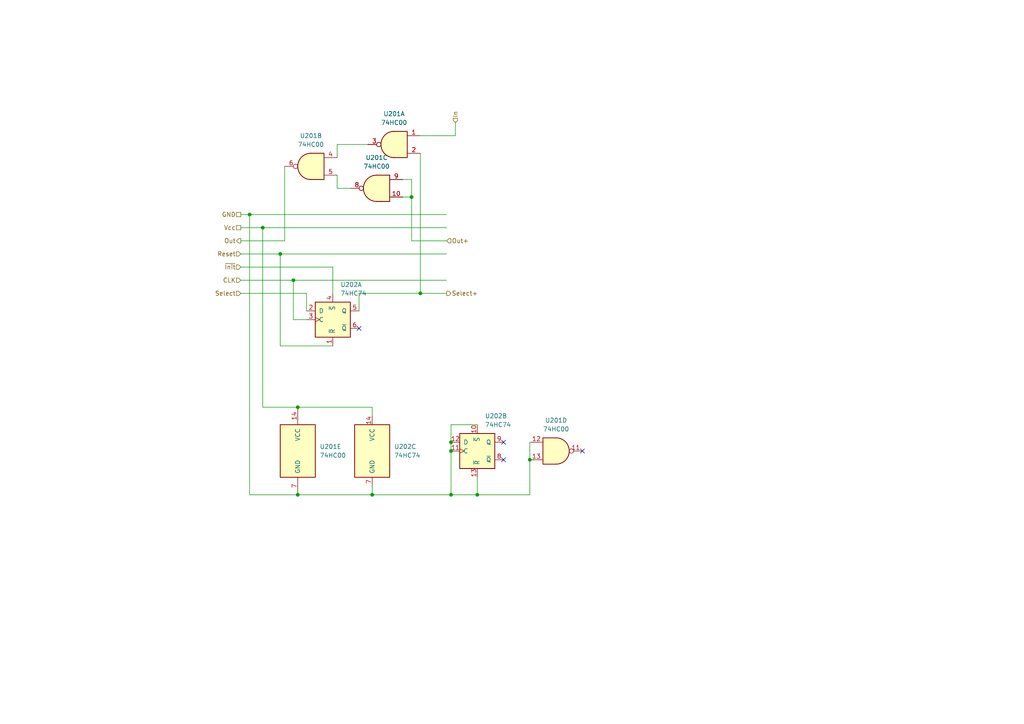
<source format=kicad_sch>
(kicad_sch (version 20231120) (generator "eeschema") (generator_version "8.0")
  (paper "A4")
  (title_block (title "SelectorDaisy") (comment 1 "When daisy chained, each selected outputs are accumlated by OR.") (comment 2 "CLK to update selection.") (comment 3 "Outputs input if selected."))
  (lib_symbols
    (symbol "74xx:74HC00" (pin_names (offset 1.016))
      (property "Reference" "U" (at 0 1.27 0))
      (property "Value" "74HC00" (at 0 -1.27 0))
      (symbol "74HC00_1_1"
        (arc (start 0 -3.81) (mid 3.7934 0) (end 0 3.81) (stroke (width 0.254)) (fill (type background)))
        (polyline (pts (xy 0 3.81) (xy -3.81 3.81) (xy -3.81 -3.81) (xy 0 -3.81)) (stroke (width 0.254)) (fill (type background)))
        (pin input line (at -7.62 2.54 0) (length 3.81) (name "~") (number "1"))
        (pin input line (at -7.62 -2.54 0) (length 3.81) (name "~") (number "2"))
        (pin output inverted (at 7.62 0 180) (length 3.81) (name "~") (number "3"))
      )
      (symbol "74HC00_1_2"
        (arc (start -3.81 -3.81) (mid -2.589 0) (end -3.81 3.81) (stroke (width 0.254)))
        (arc (start -0.6096 -3.81) (mid 2.1842 -2.5851) (end 3.81 0) (stroke (width 0.254)) (fill (type background)))
        (polyline (pts (xy -3.81 -3.81) (xy -0.635 -3.81)) (stroke (width 0.254)) (fill (type background)))
        (polyline (pts (xy -3.81 3.81) (xy -0.635 3.81)) (stroke (width 0.254)) (fill (type background)))
        (polyline (pts (xy -0.635 3.81) (xy -3.81 3.81) (xy -3.81 3.81) (xy -3.556 3.4036) (xy -3.0226 2.2606) (xy -2.6924 1.0414) (xy -2.6162 -0.254) (xy -2.7686 -1.4986) (xy -3.175 -2.7178) (xy -3.81 -3.81) (xy -3.81 -3.81) (xy -0.635 -3.81)) (stroke (width -25.4)) (fill (type background)))
        (arc (start 3.81 0) (mid 2.1915 2.5936) (end -0.6096 3.81) (stroke (width 0.254)) (fill (type background)))
        (pin input inverted (at -7.62 2.54 0) (length 4.318) (name "~") (number "1"))
        (pin input inverted (at -7.62 -2.54 0) (length 4.318) (name "~") (number "2"))
        (pin output line (at 7.62 0 180) (length 3.81) (name "~") (number "3"))
      )
      (symbol "74HC00_2_1"
        (arc (start 0 -3.81) (mid 3.7934 0) (end 0 3.81) (stroke (width 0.254)) (fill (type background)))
        (polyline (pts (xy 0 3.81) (xy -3.81 3.81) (xy -3.81 -3.81) (xy 0 -3.81)) (stroke (width 0.254)) (fill (type background)))
        (pin input line (at -7.62 2.54 0) (length 3.81) (name "~") (number "4"))
        (pin input line (at -7.62 -2.54 0) (length 3.81) (name "~") (number "5"))
        (pin output inverted (at 7.62 0 180) (length 3.81) (name "~") (number "6"))
      )
      (symbol "74HC00_2_2"
        (arc (start -3.81 -3.81) (mid -2.589 0) (end -3.81 3.81) (stroke (width 0.254)))
        (arc (start -0.6096 -3.81) (mid 2.1842 -2.5851) (end 3.81 0) (stroke (width 0.254)) (fill (type background)))
        (polyline (pts (xy -3.81 -3.81) (xy -0.635 -3.81)) (stroke (width 0.254)) (fill (type background)))
        (polyline (pts (xy -3.81 3.81) (xy -0.635 3.81)) (stroke (width 0.254)) (fill (type background)))
        (polyline (pts (xy -0.635 3.81) (xy -3.81 3.81) (xy -3.81 3.81) (xy -3.556 3.4036) (xy -3.0226 2.2606) (xy -2.6924 1.0414) (xy -2.6162 -0.254) (xy -2.7686 -1.4986) (xy -3.175 -2.7178) (xy -3.81 -3.81) (xy -3.81 -3.81) (xy -0.635 -3.81)) (stroke (width -25.4)) (fill (type background)))
        (arc (start 3.81 0) (mid 2.1915 2.5936) (end -0.6096 3.81) (stroke (width 0.254)) (fill (type background)))
        (pin input inverted (at -7.62 2.54 0) (length 4.318) (name "~") (number "4"))
        (pin input inverted (at -7.62 -2.54 0) (length 4.318) (name "~") (number "5"))
        (pin output line (at 7.62 0 180) (length 3.81) (name "~") (number "6"))
      )
      (symbol "74HC00_3_1"
        (arc (start 0 -3.81) (mid 3.7934 0) (end 0 3.81) (stroke (width 0.254)) (fill (type background)))
        (polyline (pts (xy 0 3.81) (xy -3.81 3.81) (xy -3.81 -3.81) (xy 0 -3.81)) (stroke (width 0.254)) (fill (type background)))
        (pin input line (at -7.62 -2.54 0) (length 3.81) (name "~") (number "10"))
        (pin output inverted (at 7.62 0 180) (length 3.81) (name "~") (number "8"))
        (pin input line (at -7.62 2.54 0) (length 3.81) (name "~") (number "9"))
      )
      (symbol "74HC00_3_2"
        (arc (start -3.81 -3.81) (mid -2.589 0) (end -3.81 3.81) (stroke (width 0.254)))
        (arc (start -0.6096 -3.81) (mid 2.1842 -2.5851) (end 3.81 0) (stroke (width 0.254)) (fill (type background)))
        (polyline (pts (xy -3.81 -3.81) (xy -0.635 -3.81)) (stroke (width 0.254)) (fill (type background)))
        (polyline (pts (xy -3.81 3.81) (xy -0.635 3.81)) (stroke (width 0.254)) (fill (type background)))
        (polyline (pts (xy -0.635 3.81) (xy -3.81 3.81) (xy -3.81 3.81) (xy -3.556 3.4036) (xy -3.0226 2.2606) (xy -2.6924 1.0414) (xy -2.6162 -0.254) (xy -2.7686 -1.4986) (xy -3.175 -2.7178) (xy -3.81 -3.81) (xy -3.81 -3.81) (xy -0.635 -3.81)) (stroke (width -25.4)) (fill (type background)))
        (arc (start 3.81 0) (mid 2.1915 2.5936) (end -0.6096 3.81) (stroke (width 0.254)) (fill (type background)))
        (pin input inverted (at -7.62 -2.54 0) (length 4.318) (name "~") (number "10"))
        (pin output line (at 7.62 0 180) (length 3.81) (name "~") (number "8"))
        (pin input inverted (at -7.62 2.54 0) (length 4.318) (name "~") (number "9"))
      )
      (symbol "74HC00_4_1"
        (arc (start 0 -3.81) (mid 3.7934 0) (end 0 3.81) (stroke (width 0.254)) (fill (type background)))
        (polyline (pts (xy 0 3.81) (xy -3.81 3.81) (xy -3.81 -3.81) (xy 0 -3.81)) (stroke (width 0.254)) (fill (type background)))
        (pin output inverted (at 7.62 0 180) (length 3.81) (name "~") (number "11"))
        (pin input line (at -7.62 2.54 0) (length 3.81) (name "~") (number "12"))
        (pin input line (at -7.62 -2.54 0) (length 3.81) (name "~") (number "13"))
      )
      (symbol "74HC00_4_2"
        (arc (start -3.81 -3.81) (mid -2.589 0) (end -3.81 3.81) (stroke (width 0.254)))
        (arc (start -0.6096 -3.81) (mid 2.1842 -2.5851) (end 3.81 0) (stroke (width 0.254)) (fill (type background)))
        (polyline (pts (xy -3.81 -3.81) (xy -0.635 -3.81)) (stroke (width 0.254)) (fill (type background)))
        (polyline (pts (xy -3.81 3.81) (xy -0.635 3.81)) (stroke (width 0.254)) (fill (type background)))
        (polyline (pts (xy -0.635 3.81) (xy -3.81 3.81) (xy -3.81 3.81) (xy -3.556 3.4036) (xy -3.0226 2.2606) (xy -2.6924 1.0414) (xy -2.6162 -0.254) (xy -2.7686 -1.4986) (xy -3.175 -2.7178) (xy -3.81 -3.81) (xy -3.81 -3.81) (xy -0.635 -3.81)) (stroke (width -25.4)) (fill (type background)))
        (arc (start 3.81 0) (mid 2.1915 2.5936) (end -0.6096 3.81) (stroke (width 0.254)) (fill (type background)))
        (pin output line (at 7.62 0 180) (length 3.81) (name "~") (number "11"))
        (pin input inverted (at -7.62 2.54 0) (length 4.318) (name "~") (number "12"))
        (pin input inverted (at -7.62 -2.54 0) (length 4.318) (name "~") (number "13"))
      )
      (symbol "74HC00_5_0"
        (pin power_in line (at 0 12.7 270) (length 5.08) (name "VCC") (number "14"))
        (pin power_in line (at 0 -12.7 90) (length 5.08) (name "GND") (number "7"))
      )
      (symbol "74HC00_5_1"
        (rectangle (start -5.08 7.62) (end 5.08 -7.62) (stroke (width 0.254)) (fill (type background)))
      )
    )
    (symbol "74xx:74HC74" (pin_names (offset 1.016))
      (property "Reference" "U" (at -7.62 8.89 0))
      (property "Value" "74HC74" (at -7.62 -8.89 0))
      (symbol "74HC74_1_0"
        (pin input line (at 0 -7.62 90) (length 2.54) (name "~{R}") (number "1"))
        (pin input line (at -7.62 2.54 0) (length 2.54) (name "D") (number "2"))
        (pin input clock (at -7.62 0 0) (length 2.54) (name "C") (number "3"))
        (pin input line (at 0 7.62 270) (length 2.54) (name "~{S}") (number "4"))
        (pin output line (at 7.62 2.54 180) (length 2.54) (name "Q") (number "5"))
        (pin output line (at 7.62 -2.54 180) (length 2.54) (name "~{Q}") (number "6"))
      )
      (symbol "74HC74_1_1"
        (rectangle (start -5.08 5.08) (end 5.08 -5.08) (stroke (width 0.254)) (fill (type background)))
      )
      (symbol "74HC74_2_0"
        (pin input line (at 0 7.62 270) (length 2.54) (name "~{S}") (number "10"))
        (pin input clock (at -7.62 0 0) (length 2.54) (name "C") (number "11"))
        (pin input line (at -7.62 2.54 0) (length 2.54) (name "D") (number "12"))
        (pin input line (at 0 -7.62 90) (length 2.54) (name "~{R}") (number "13"))
        (pin output line (at 7.62 -2.54 180) (length 2.54) (name "~{Q}") (number "8"))
        (pin output line (at 7.62 2.54 180) (length 2.54) (name "Q") (number "9"))
      )
      (symbol "74HC74_2_1"
        (rectangle (start -5.08 5.08) (end 5.08 -5.08) (stroke (width 0.254)) (fill (type background)))
      )
      (symbol "74HC74_3_0"
        (pin power_in line (at 0 10.16 270) (length 2.54) (name "VCC") (number "14"))
        (pin power_in line (at 0 -10.16 90) (length 2.54) (name "GND") (number "7"))
      )
      (symbol "74HC74_3_1"
        (rectangle (start -5.08 7.62) (end 5.08 -7.62) (stroke (width 0.254)) (fill (type background)))
      )
    )
  )
  (junction (at 130.81 128.27))
  (junction (at 86.36 118.11))
  (junction (at 72.39 62.23))
  (junction (at 119.38 57.15))
  (junction (at 86.36 143.51))
  (junction (at 81.28 73.66))
  (junction (at 138.43 143.51))
  (junction (at 121.92 85.09))
  (junction (at 76.2 66.04))
  (junction (at 130.81 143.51))
  (junction (at 130.81 130.81))
  (junction (at 85.09 81.28))
  (junction (at 107.95 143.51))
  (junction (at 153.67 133.35))
  (no_connect (at 104.14 95.25))
  (no_connect (at 168.91 130.81))
  (no_connect (at 146.05 128.27))
  (no_connect (at 146.05 133.35))
  (wire (pts (xy 119.38 57.15) (xy 119.38 69.85)))
  (wire (pts (xy 121.92 39.37) (xy 132.08 39.37)))
  (wire (pts (xy 97.79 54.61) (xy 101.6 54.61)))
  (wire (pts (xy 69.85 73.66) (xy 81.28 73.66)))
  (wire (pts (xy 130.81 143.51) (xy 107.95 143.51)))
  (wire (pts (xy 107.95 120.65) (xy 107.95 118.11)))
  (wire (pts (xy 104.14 85.09) (xy 104.14 90.17)))
  (wire (pts (xy 85.09 81.28) (xy 129.54 81.28)))
  (wire (pts (xy 130.81 143.51) (xy 138.43 143.51)))
  (wire (pts (xy 132.08 39.37) (xy 132.08 35.56)))
  (wire (pts (xy 69.85 81.28) (xy 85.09 81.28)))
  (wire (pts (xy 88.9 85.09) (xy 88.9 90.17)))
  (wire (pts (xy 72.39 62.23) (xy 129.54 62.23)))
  (wire (pts (xy 106.68 41.91) (xy 97.79 41.91)))
  (wire (pts (xy 72.39 143.51) (xy 86.36 143.51)))
  (wire (pts (xy 76.2 66.04) (xy 129.54 66.04)))
  (wire (pts (xy 138.43 123.19) (xy 130.81 123.19)))
  (wire (pts (xy 85.09 81.28) (xy 85.09 92.71)))
  (wire (pts (xy 138.43 138.43) (xy 138.43 143.51)))
  (wire (pts (xy 130.81 130.81) (xy 130.81 143.51)))
  (wire (pts (xy 76.2 118.11) (xy 76.2 66.04)))
  (wire (pts (xy 96.52 100.33) (xy 81.28 100.33)))
  (wire (pts (xy 116.84 52.07) (xy 119.38 52.07)))
  (wire (pts (xy 121.92 85.09) (xy 104.14 85.09)))
  (wire (pts (xy 82.55 48.26) (xy 82.55 69.85)))
  (wire (pts (xy 153.67 143.51) (xy 153.67 133.35)))
  (wire (pts (xy 69.85 85.09) (xy 88.9 85.09)))
  (wire (pts (xy 69.85 62.23) (xy 72.39 62.23)))
  (wire (pts (xy 88.9 92.71) (xy 85.09 92.71)))
  (wire (pts (xy 119.38 52.07) (xy 119.38 57.15)))
  (wire (pts (xy 121.92 44.45) (xy 121.92 85.09)))
  (wire (pts (xy 119.38 69.85) (xy 129.54 69.85)))
  (wire (pts (xy 86.36 143.51) (xy 107.95 143.51)))
  (wire (pts (xy 116.84 57.15) (xy 119.38 57.15)))
  (wire (pts (xy 69.85 77.47) (xy 96.52 77.47)))
  (wire (pts (xy 76.2 118.11) (xy 86.36 118.11)))
  (wire (pts (xy 130.81 123.19) (xy 130.81 128.27)))
  (wire (pts (xy 121.92 85.09) (xy 129.54 85.09)))
  (wire (pts (xy 153.67 133.35) (xy 153.67 128.27)))
  (wire (pts (xy 138.43 143.51) (xy 153.67 143.51)))
  (wire (pts (xy 130.81 128.27) (xy 130.81 130.81)))
  (wire (pts (xy 107.95 143.51) (xy 107.95 140.97)))
  (wire (pts (xy 97.79 50.8) (xy 97.79 54.61)))
  (wire (pts (xy 72.39 62.23) (xy 72.39 143.51)))
  (wire (pts (xy 81.28 73.66) (xy 129.54 73.66)))
  (wire (pts (xy 81.28 73.66) (xy 81.28 100.33)))
  (wire (pts (xy 69.85 69.85) (xy 82.55 69.85)))
  (wire (pts (xy 86.36 118.11) (xy 107.95 118.11)))
  (wire (pts (xy 96.52 77.47) (xy 96.52 85.09)))
  (wire (pts (xy 97.79 41.91) (xy 97.79 45.72)))
  (wire (pts (xy 69.85 66.04) (xy 76.2 66.04)))
  (hierarchical_label "Out" (shape output) (at 69.85 69.85 180))
  (hierarchical_label "Reset" (shape input) (at 69.85 73.66 180))
  (hierarchical_label "In" (shape input) (at 132.08 35.56 90))
  (hierarchical_label "Select+" (shape output) (at 129.54 85.09 0))
  (hierarchical_label "CLK" (shape input) (at 69.85 81.28 180))
  (hierarchical_label "GND" (shape passive) (at 69.85 62.23 180))
  (hierarchical_label "Out+" (shape input) (at 129.54 69.85 0))
  (hierarchical_label "~{Init}" (shape input) (at 69.85 77.47 180))
  (hierarchical_label "Select" (shape input) (at 69.85 85.09 180))
  (hierarchical_label "Vcc" (shape passive) (at 69.85 66.04 180))
  (symbol (lib_id "74xx:74HC00") (at 86.36 130.81 0) (unit 5)
    (property "Reference" "U201" (at 92.71 129.5399 0) (effects (justify left)))
    (property "Value" "74HC00" (at 92.71 132.0799 0) (effects (justify left)))
    (property "Footprint" "Package_DFN_QFN:WQFN-14-1EP_2.5x2.5mm_P0.5mm_EP1.45x1.45mm" (effects (hide yes)))
    (property "Datasheet" "http://www.ti.com/lit/gpn/sn74hc00" (effects (hide yes)))
    (property "Description" "quad 2-input NAND gate" (effects (hide yes)))
    (instances (project "SwitchDaisy" (path "" (reference "U201") (unit 5))) (project "" (path "" (reference "U701") (unit 5)) (path "" (reference "U401") (unit 5)) (path "" (reference "U1101") (unit 5)) (path "" (reference "U601") (unit 5)) (path "" (reference "U901") (unit 5))))
  )
  (symbol (lib_id "74xx:74HC74") (at 107.95 130.81 0) (unit 3)
    (property "Reference" "U202" (at 114.3 129.5399 0) (effects (justify left)))
    (property "Value" "74HC74" (at 114.3 132.0799 0) (effects (justify left)))
    (property "Footprint" "Package_DFN_QFN:WQFN-14-1EP_2.5x2.5mm_P0.5mm_EP1.45x1.45mm" (effects (hide yes)))
    (property "Datasheet" "74xx/74hc_hct74.pdf" (effects (hide yes)))
    (property "Description" "Dual D Flip-flop, Set & Reset" (effects (hide yes)))
    (instances (project "SwitchDaisy" (path "" (reference "U202") (unit 3))) (project "" (path "" (reference "U702") (unit 3)) (path "" (reference "U402") (unit 3)) (path "" (reference "U1102") (unit 3)) (path "" (reference "U602") (unit 3)) (path "" (reference "U902") (unit 3))))
  )
  (symbol (lib_id "74xx:74HC00") (at 114.3 41.91 0) (mirror y) (unit 1)
    (property "Reference" "U201" (at 114.3083 33.02 0))
    (property "Value" "74HC00" (at 114.3083 35.56 0))
    (property "Footprint" "Package_DFN_QFN:WQFN-14-1EP_2.5x2.5mm_P0.5mm_EP1.45x1.45mm" (effects (hide yes)))
    (property "Datasheet" "http://www.ti.com/lit/gpn/sn74hc00" (effects (hide yes)))
    (property "Description" "quad 2-input NAND gate" (effects (hide yes)))
    (instances (project "SwitchDaisy" (path "" (reference "U201") (unit 1))) (project "" (path "" (reference "U701") (unit 1)) (path "" (reference "U401") (unit 1)) (path "" (reference "U1101") (unit 1)) (path "" (reference "U601") (unit 1)) (path "" (reference "U901") (unit 1))))
  )
  (symbol (lib_id "74xx:74HC74") (at 96.52 92.71 0) (unit 1)
    (property "Reference" "U202" (at 98.7141 82.55 0) (effects (justify left)))
    (property "Value" "74HC74" (at 98.7141 85.09 0) (effects (justify left)))
    (property "Footprint" "Package_DFN_QFN:WQFN-14-1EP_2.5x2.5mm_P0.5mm_EP1.45x1.45mm" (effects (hide yes)))
    (property "Datasheet" "74xx/74hc_hct74.pdf" (effects (hide yes)))
    (property "Description" "Dual D Flip-flop, Set & Reset" (effects (hide yes)))
    (instances (project "SwitchDaisy" (path "" (reference "U202") (unit 1))) (project "" (path "" (reference "U702") (unit 1)) (path "" (reference "U402") (unit 1)) (path "" (reference "U1102") (unit 1)) (path "" (reference "U602") (unit 1)) (path "" (reference "U902") (unit 1))))
  )
  (symbol (lib_id "74xx:74HC00") (at 161.29 130.81 0) (unit 4)
    (property "Reference" "U201" (at 161.2817 121.92 0))
    (property "Value" "74HC00" (at 161.2817 124.46 0))
    (property "Footprint" "Package_DFN_QFN:WQFN-14-1EP_2.5x2.5mm_P0.5mm_EP1.45x1.45mm" (effects (hide yes)))
    (property "Datasheet" "http://www.ti.com/lit/gpn/sn74hc00" (effects (hide yes)))
    (property "Description" "quad 2-input NAND gate" (effects (hide yes)))
    (instances (project "SwitchDaisy" (path "" (reference "U201") (unit 4))) (project "" (path "" (reference "U701") (unit 4)) (path "" (reference "U401") (unit 4)) (path "" (reference "U1101") (unit 4)) (path "" (reference "U601") (unit 4)) (path "" (reference "U901") (unit 4))))
  )
  (symbol (lib_id "74xx:74HC74") (at 138.43 130.81 0) (unit 2)
    (property "Reference" "U202" (at 140.6241 120.65 0) (effects (justify left)))
    (property "Value" "74HC74" (at 140.6241 123.19 0) (effects (justify left)))
    (property "Footprint" "Package_DFN_QFN:WQFN-14-1EP_2.5x2.5mm_P0.5mm_EP1.45x1.45mm" (effects (hide yes)))
    (property "Datasheet" "74xx/74hc_hct74.pdf" (effects (hide yes)))
    (property "Description" "Dual D Flip-flop, Set & Reset" (effects (hide yes)))
    (instances (project "SwitchDaisy" (path "" (reference "U202") (unit 2))) (project "" (path "" (reference "U702") (unit 2)) (path "" (reference "U402") (unit 2)) (path "" (reference "U1102") (unit 2)) (path "" (reference "U602") (unit 2)) (path "" (reference "U902") (unit 2))))
  )
  (symbol (lib_id "74xx:74HC00") (at 109.22 54.61 0) (mirror y) (unit 3)
    (property "Reference" "U201" (at 109.2283 45.72 0))
    (property "Value" "74HC00" (at 109.2283 48.26 0))
    (property "Footprint" "Package_DFN_QFN:WQFN-14-1EP_2.5x2.5mm_P0.5mm_EP1.45x1.45mm" (effects (hide yes)))
    (property "Datasheet" "http://www.ti.com/lit/gpn/sn74hc00" (effects (hide yes)))
    (property "Description" "quad 2-input NAND gate" (effects (hide yes)))
    (instances (project "SwitchDaisy" (path "" (reference "U201") (unit 3))) (project "" (path "" (reference "U701") (unit 3)) (path "" (reference "U401") (unit 3)) (path "" (reference "U1101") (unit 3)) (path "" (reference "U601") (unit 3)) (path "" (reference "U901") (unit 3))))
  )
  (symbol (lib_id "74xx:74HC00") (at 90.17 48.26 0) (mirror y) (unit 2)
    (property "Reference" "U201" (at 90.1783 39.37 0))
    (property "Value" "74HC00" (at 90.1783 41.91 0))
    (property "Footprint" "Package_DFN_QFN:WQFN-14-1EP_2.5x2.5mm_P0.5mm_EP1.45x1.45mm" (effects (hide yes)))
    (property "Datasheet" "http://www.ti.com/lit/gpn/sn74hc00" (effects (hide yes)))
    (property "Description" "quad 2-input NAND gate" (effects (hide yes)))
    (instances (project "SwitchDaisy" (path "" (reference "U201") (unit 2))) (project "" (path "" (reference "U701") (unit 2)) (path "" (reference "U401") (unit 2)) (path "" (reference "U1101") (unit 2)) (path "" (reference "U601") (unit 2)) (path "" (reference "U901") (unit 2))))
  )
)
</source>
